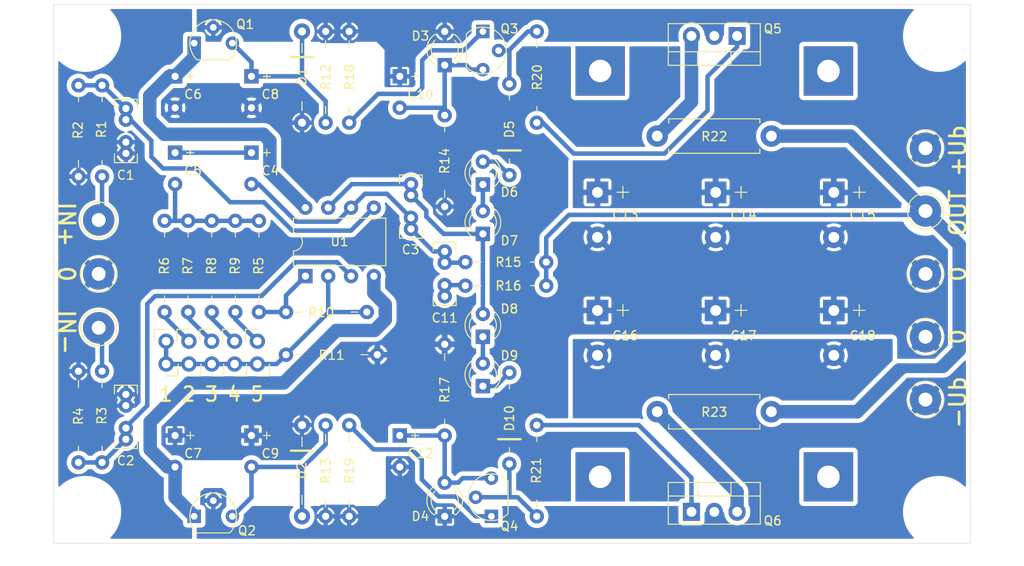
<source format=kicad_pcb>
(kicad_pcb (version 20211014) (generator pcbnew)
  (title_block (title "Thel \"VX-Line\" preamp (version 2021)") (comment 1 "PCB is not the original -> but like the original = exactly the same component placement") (comment 2 "1 layer PCB / all THT components"))
  (layers (0 "F.Cu" signal) (31 "B.Cu" signal) (34 "B.Paste" user) (35 "F.Paste" user) (36 "B.SilkS" user "B.Silkscreen") (37 "F.SilkS" user "F.Silkscreen") (38 "B.Mask" user) (39 "F.Mask" user) (44 "Edge.Cuts" user))
  (net 0 "")
  (net 1 "Net-(C11-Pad2)")
  (net 2 "GND")
  (net 3 "+UB")
  (net 4 "Net-(C2-Pad2)")
  (net 5 "Net-(C10-Pad2)")
  (net 6 "Net-(C3-Pad2)")
  (net 7 "Net-(C4-Pad1)")
  (net 8 "Net-(C11-Pad1)")
  (net 9 "Net-(C12-Pad1)")
  (net 10 "Net-(C5-Pad2)")
  (net 11 "-UB")
  (net 12 "Net-(D5-Pad1)")
  (net 13 "Net-(D5-Pad2)")
  (net 14 "Net-(D6-Pad1)")
  (net 15 "Net-(C8-Pad1)")
  (net 16 "Net-(D8-Pad1)")
  (net 17 "+UB_r")
  (net 18 "-UB_r")
  (net 19 "Net-(D10-Pad2)")
  (net 20 "Net-(D10-Pad1)")
  (net 21 "Net-(J5-Pad1)")
  (net 22 "Net-(J1-Pad1)")
  (net 23 "Net-(J3-Pad1)")
  (net 24 "Net-(C1-Pad2)")
  (net 25 "Net-(Q3-Pad1)")
  (net 26 "Net-(Q4-Pad1)")
  (net 27 "Net-(Q5-Pad1)")
  (net 28 "Net-(Q5-Pad3)")
  (net 29 "Net-(Q6-Pad1)")
  (net 30 "Net-(Q6-Pad3)")
  (net 31 "Net-(R5-Pad1)")
  (net 32 "Net-(JP1-Pad2)")
  (net 33 "Net-(JP2-Pad1)")
  (net 34 "Net-(JP3-Pad1)")
  (net 35 "Net-(JP4-Pad1)")
  (net 36 "Net-(JP5-Pad1)")
  (net 37 "Net-(C9-Pad2)")
  (footprint "analoghifi:CP_Radial_Black_D8.2mm_H12.0mm_P3.50mm_minimal_silk" (layer "F.Cu") (at 130.5 130 -90)
    (fp_text reference "C12")
    (fp_text value "220uF/35V")
  )
  (footprint "analoghifi:R_Axial_DIN0207_L6.3mm_D2.5mm_P10.16mm_Horizontal_minSilk" (layer "F.Cu") (at 104.33 116.25 90)
    (fp_text reference "R6")
    (fp_text value "2,2k")
  )
  (footprint "analoghifi:CP_Radial_Black_D13.0mm_H26.0mm_P5.00mm_minimal_silk" (layer "F.Cu") (at 178.8 102.925 -90)
    (fp_text reference "C15")
    (fp_text value "1000µF/50V")
  )
  (footprint "Resistor_THT:R_Axial_DIN0411_L9.9mm_D3.6mm_P12.70mm_Horizontal" (layer "F.Cu") (at 171.85 96.65 180)
    (fp_text reference "R22")
    (fp_text value "22Ω/5W")
  )
  (footprint "analoghifi:D_DO-41_SOD81_P10.16mm_Horizontal_minSilk" (layer "F.Cu") (at 119.625 85 -90)
    (fp_text reference "D1")
    (fp_text value "18V/1,3W/2%")
  )
  (footprint "analoghifi:LED_D3.0mm" (layer "F.Cu") (at 139.75 119 90)
    (fp_text reference "D8")
    (fp_text value "LED_Small")
  )
  (footprint "analoghifi:LED_D3.0mm" (layer "F.Cu") (at 139.75 102.04 90)
    (fp_text reference "D6")
    (fp_text value "LED_Small")
  )
  (footprint "analoghifi:R_Axial_DIN0207_L6.3mm_D2.5mm_P10.16mm_Horizontal_minSilk" (layer "F.Cu") (at 109.58 116.25 90)
    (fp_text reference "R8")
    (fp_text value "470Ω")
  )
  (footprint "analoghifi:Diode_L6.3mm_D2.5mm_P10.16mm_Horizontal_minSilk" (layer "F.Cu") (at 142.7 101 90)
    (fp_text reference "D5")
    (fp_text value "1N4148")
  )
  (footprint "analoghifi:R_Axial_DIN0207_L6.3mm_D2.5mm_P10.16mm_Horizontal_minSilk" (layer "F.Cu") (at 145.75 85 -90)
    (fp_text reference "R20")
    (fp_text value "100Ω")
  )
  (footprint "analoghifi:R_Axial_DIN0207_L6.3mm_D2.5mm_P10.16mm_Horizontal_minSilk" (layer "F.Cu") (at 94.75 101.16 90)
    (fp_text reference "R2")
    (fp_text value "4,7k")
  )
  (footprint "analoghifi:Loet_Pin_D1.5mm_L14.0mm" (layer "F.Cu") (at 189 112)
    (fp_text reference "J6" hide)
    (fp_text value "Out 0 (GND)")
  )
  (footprint "analoghifi:Heatsink_Fischer_SK104-STC-STIC_35x13mm_2xDrill2.5mm_no_silk" (layer "F.Cu") (at 165.5 89.4)
    (fp_text reference "REF**" hide)
    (fp_text value "Heatsink_Fischer_SK104-STC-STIC_35x13mm_2xDrill2.5mm_no_silk")
  )
  (footprint "analoghifi:Loet_Pin_D1.5mm_L14.0mm" (layer "F.Cu") (at 97 112)
    (fp_text reference "J2" hide)
    (fp_text value "IN 0 (GND)")
  )
  (footprint "analoghifi:CP_Radial_Black_D8.2mm_H12.0mm_P3.50mm_minimal_silk" (layer "F.Cu") (at 105.5 98.5 -90)
    (fp_text reference "C5")
    (fp_text value "470µF/16V")
  )
  (footprint "analoghifi:Loet_Pin_D1.5mm_L14.0mm" (layer "F.Cu") (at 189 126)
    (fp_text reference "J8" hide)
    (fp_text value "-UB")
  )
  (footprint "analoghifi:PinHeader_1x02_P2.54mm_Vertical" (layer "F.Cu") (at 104.5 119.5)
    (fp_text reference "JP1" hide)
    (fp_text value "Jumper_2_Open")
  )
  (footprint "Package_TO_SOT_THT:TO-220-3_Vertical" (layer "F.Cu") (at 162.96 138.5)
    (fp_text reference "Q6")
    (fp_text value "IRF9630")
  )
  (footprint "analoghifi:Diode_L6.3mm_D2.5mm_P10.16mm_Horizontal_minSilk" (layer "F.Cu") (at 142.7 133.16 90)
    (fp_text reference "D10")
    (fp_text value "1N4148")
  )
  (footprint "analoghifi:R_Axial_Short_L6.3mm_D2.5mm_P9.0mm_Horiz_minSilk" (layer "F.Cu") (at 126.84 116.25 180)
    (fp_text reference "R10")
    (fp_text value "2,2k")
  )
  (footprint "analoghifi:CP_Radial_Black_D13.0mm_H26.0mm_P5.00mm_minimal_silk" (layer "F.Cu") (at 152.5 102.925 -90)
    (fp_text reference "C13")
    (fp_text value "3x 1000µF/50V")
  )
  (footprint "Resistor_THT:R_Axial_DIN0411_L9.9mm_D3.6mm_P12.70mm_Horizontal" (layer "F.Cu") (at 159.15 127.35)
    (fp_text reference "R23")
    (fp_text value "22Ω/5W")
  )
  (footprint "analoghifi:TO-92_wide" (layer "F.Cu") (at 107.625 86.3)
    (fp_text reference "Q1")
    (fp_text value "2SC2240")
  )
  (footprint "analoghifi:TO-92_wide" (layer "F.Cu") (at 139.75 85 -90)
    (fp_text reference "Q3")
    (fp_text value "2SA970")
  )
  (footprint "analoghifi:CP_Radial_Black_D8.2mm_H12.0mm_P3.50mm_minimal_silk" (layer "F.Cu") (at 114 98.5 -90)
    (fp_text reference "C4")
    (fp_text value "2x 470µF/16V")
  )
  (footprint "analoghifi:Loet_Pin_D1.5mm_L14.0mm" (layer "F.Cu") (at 189 98)
    (fp_text reference "J4" hide)
    (fp_text value "+UB")
  )
  (footprint "analoghifi:CP_Radial_Black_D8.2mm_H12.0mm_P3.50mm_minimal_silk" (layer "F.Cu") (at 105.5 90 -90)
    (fp_text reference "C6")
    (fp_text value "220uF/35V")
  )
  (footprint "analoghifi:R_Axial_DIN0207_L6.3mm_D2.5mm_P10.16mm_Horizontal_minSilk" (layer "F.Cu") (at 114.83 116.25 90)
    (fp_text reference "R5")
    (fp_text value "2,2k")
  )
  (footprint "analoghifi:CP_Radial_Black_D13.0mm_H26.0mm_P5.00mm_minimal_silk" (layer "F.Cu") (at 165.65 102.925 -90)
    (fp_text reference "C14")
    (fp_text value "1000µF/50V")
  )
  (footprint "analoghifi:CP_Radial_Black_D13.0mm_H26.0mm_P5.00mm_minimal_silk" (layer "F.Cu") (at 165.65 116.075 -90)
    (fp_text reference "C17")
    (fp_text value "1000µF/50V")
  )
  (footprint "analoghifi:C_Rect_L7.0mm_W2.5mm_P2.50_5.00mm_min_silk" (layer "F.Cu") (at 131.75 107 90)
    (fp_text reference "C3")
    (fp_text value "47pF")
  )
  (footprint "analoghifi:LED_D3.0mm" (layer "F.Cu") (at 139.75 107.54 90)
    (fp_text reference "D7")
    (fp_text value "LED_Small")
  )
  (footprint "MountingHole:MountingHole_3.2mm_M3" (layer "F.Cu") (at 190.5 138.5)
    (fp_text reference "REF**" hide)
    (fp_text value "MountingHole_3.2mm_M3")
  )
  (footprint "analoghifi:R_Axial_DIN0207_L6.3mm_D2.5mm_P10.16mm_Horizontal_minSilk" (layer "F.Cu") (at 135.5 130 90)
    (fp_text reference "R17")
    (fp_text value "15k")
  )
  (footprint "analoghifi:R_Axial_DIN0207_L6.3mm_D2.5mm_P10.16mm_Horizontal_minSilk" (layer "F.Cu") (at 145.75 139 90)
    (fp_text reference "R21")
    (fp_text value "100Ω")
  )
  (footprint "analoghifi:LED_D3.0mm" (layer "F.Cu") (at 139.75 124.5 90)
    (fp_text reference "D9")
    (fp_text value "LED_Small")
  )
  (footprint "analoghifi:D_DO-41_SOD81_P10.16mm_Horizontal_minSilk" (layer "F.Cu") (at 119.625 128.84 -90)
    (fp_text reference "D2")
    (fp_text value "18V/1,3W/2%")
  )
  (footprint "analoghifi:PinHeader_1x02_P2.54mm_Vertical" (layer "F.Cu") (at 112.12 119.5)
    (fp_text reference "JP4" hide)
    (fp_text value "Jumper_2_Open")
  )
  (footprint "analoghifi:Loet_Pin_D1.5mm_L14.0mm" (layer "F.Cu") (at 97 106)
    (fp_text reference "J1" hide)
    (fp_text value "IN +")
  )
  (footprint "analoghifi:PinHeader_1x02_P2.54mm_Vertical" (layer "F.Cu") (at 114.66 119.5)
    (fp_text reference "JP5" hide)
    (fp_text value "Jumper_2_Open")
  )
  (footprint "analoghifi:R_Axial_DIN0207_L6.3mm_D2.5mm_P10.16mm_Horizontal_minSilk" (layer "F.Cu") (at 124.875 139 90)
    (fp_text reference "R19")
    (fp_text value "470")
  )
  (footprint "analoghifi:LED_D3.0mm_wide" (layer "F.Cu") (at 135.5 88.75 90)
    (fp_text reference "D3")
    (fp_text value "LED_Small")
  )
  (footprint "analoghifi:LED_D3.0mm_wide" (layer "F.Cu") (at 135.5 139 90)
    (fp_text reference "D4")
    (fp_text value "LED_Small")
  )
  (footprint "analoghifi:Loet_Pin_D1.5mm_L14.0mm" (layer "F.Cu") (at 97 118)
    (fp_text reference "J3" hide)
    (fp_text value "IN -")
  )
  (footprint "MountingHole:MountingHole_3.2mm_M3" (layer "F.Cu") (at 95.5 85.5)
    (fp_text reference "REF**" hide)
    (fp_text value "MountingHole_3.2mm_M3")
  )
  (footprint "analoghifi:CP_Radial_Black_D13.0mm_H26.0mm_P5.00mm_minimal_silk" (layer "F.Cu") (at 152.5 116.075 -90)
    (fp_text reference "C16")
    (fp_text value "3x 1000µF/50V")
  )
  (footprint "analoghifi:CP_Radial_Black_D8.2mm_H12.0mm_P3.50mm_minimal_silk" (layer "F.Cu") (at 114 130 -90)
    (fp_text reference "C9")
    (fp_text value "220uF/35V")
  )
  (footprint "analoghifi:R_Axial_DIN0207_L6.3mm_D2.5mm_P10.16mm_Horizontal_minSilk" (layer "F.Cu") (at 124.875 95.16 90)
    (fp_text reference "R18")
    (fp_text value "470")
  )
  (footprint "MountingHole:MountingHole_3.2mm_M3" (layer "F.Cu") (at 95.5 138.5)
    (fp_text reference "REF**" hide)
    (fp_text value "MountingHole_3.2mm_M3")
  )
  (footprint "analoghifi:CP_Radial_Black_D8.2mm_H12.0mm_P3.50mm_minimal_silk" (layer "F.Cu") (at 130.5 90 -90)
    (fp_text reference "C10")
    (fp_text value "220uF/35V")
  )
  (footprint "analoghifi:R_Axial_DIN0207_L6.3mm_D2.5mm_P10.16mm_Horizontal_minSilk" (layer "F.Cu") (at 94.75 122.84 -90)
    (fp_text reference "R4")
    (fp_text value "4,7k")
  )
  (footprint "analoghifi:R_Axial_DIN0207_L6.3mm_D2.5mm_P10.16mm_Horizontal_minSilk" (layer "F.Cu") (at 97.375 122.84 -90)
    (fp_text reference "R3")
    (fp_text value "100Ω")
  )
  (footprint "analoghifi:R_Axial_DIN0207_L6.3mm_D2.5mm_P10.16mm_Horizontal_minSilk" (layer "F.Cu") (at 97.375 101.16 90)
    (fp_text reference "R1")
    (fp_text value "100Ω")
  )
  (footprint "analoghifi:C_Rect_L7.0mm_W2.5mm_P2.50_5.00mm_min_silk" (layer "F.Cu") (at 100.025 125.42 -90)
    (fp_text reference "C2")
    (fp_text value "47pF")
  )
  (footprint "analoghifi:CP_Radial_Black_D8.2mm_H12.0mm_P3.50mm_minimal_silk" (layer "F.Cu") (at 105.5 130 -90)
    (fp_text reference "C7")
    (fp_text value "220uF/35V")
  )
  (footprint "analoghifi:TO-92_wide" (layer "F.Cu") (at 140.7 139 90)
    (fp_text reference "Q4")
    (fp_text value "2SC2240")
  )
  (footprint "analoghifi:R_Axial_DIN0207_L6.3mm_D2.5mm_P10.16mm_Horizontal_minSilk" (layer "F.Cu") (at 122.25 95.16 90)
    (fp_text reference "R12")
    (fp_text value "3,3k")
  )
  (footprint "analoghifi:CP_Radial_Black_D13.0mm_H26.0mm_P5.00mm_minimal_silk" (layer "F.Cu") (at 178.8 116.075 -90)
    (fp_text reference "C18")
    (fp_text value "1000µF/50V")
  )
  (footprint "Package_TO_SOT_THT:TO-220-3_Vertical" (layer "F.Cu") (at 168.04 85.5 180)
    (fp_text reference "Q5")
    (fp_text value "IRF630")
  )
  (footprint "analoghifi:R_Axial_DIN0207_L6.3mm_D2.5mm_P10.16mm_Horizontal_minSilk" (layer "F.Cu") (at 135.5 104.5 90)
    (fp_text reference "R14")
    (fp_text value "15k")
  )
  (footprint "analoghifi:R_Axial_DIN0207_L6.3mm_D2.5mm_P10.16mm_Horizontal_minSilk" (layer "F.Cu") (at 122.25 139 90)
    (fp_text reference "R13")
    (fp_text value "3,3k")
  )
  (footprint "analoghifi:R_Axial_Short_L6.3mm_D2.5mm_P9.0mm_Horiz_minSilk" (layer "F.Cu") (at 137.8 110.6875)
    (fp_text reference "R15")
    (fp_text value "2,2k")
  )
  (footprint "analoghifi:CP_Radial_Black_D8.2mm_H12.0mm_P3.50mm_minimal_silk" (layer "F.Cu") (at 114 90 -90)
    (fp_text reference "C8")
    (fp_text value "220uF/35V")
  )
  (footprint "Package_DIP:DIP-8_W7.62mm" (layer "F.Cu") (at 120 112.25 90)
    (fp_text reference "U1")
    (fp_text value "LME49720")
  )
  (footprint "analoghifi:PinHeader_1x02_P2.54mm_Vertical" (layer "F.Cu") (at 107.04 119.5)
    (fp_text reference "JP2" hide)
    (fp_text value "Jumper_2_Open")
  )
  (footprint "analoghifi:R_Axial_Short_L6.3mm_D2.5mm_P9.0mm_Horiz_minSilk" (layer "F.Cu") (at 137.8 113.3125)
    (fp_text reference "R16")
    (fp_text value "100Ω")
  )
  (footprint "analoghifi:R_Axial_DIN0207_L6.3mm_D2.5mm_P10.16mm_Horizontal_minSilk" (layer "F.Cu") (at 106.955 116.25 90)
    (fp_text reference "R7")
    (fp_text value "1k")
  )
  (footprint "analoghifi:R_Axial_DIN0207_L6.3mm_D2.5mm_P10.16mm_Horizontal_minSilk" (layer "F.Cu") (at 128 121 180)
    (fp_text reference "R11")
    (fp_text value "2,2k")
  )
  (footprint "analoghifi:Heatsink_Fischer_SK104-STC-STIC_35x13mm_2xDrill2.5mm_no_silk" (layer "F.Cu") (at 165.5 134.6)
    (fp_text reference "REF**" hide)
    (fp_text value "Heatsink_Fischer_SK104-STC-STIC_35x13mm_2xDrill2.5mm_no_silk")
  )
  (footprint "analoghifi:C_Rect_L7.0mm_W2.5mm_P2.50_5.00mm_min_silk" (layer "F.Cu") (at 100.025 98.58 90)
    (fp_text reference "C1")
    (fp_text value "47pF")
  )
  (footprint "analoghifi:Loet_Pin_D1.5mm_L14.0mm" (layer "F.Cu") (at 189 119)
    (fp_text reference "J7" hide)
    (fp_text value "UB 0 (GND)")
  )
  (footprint "analoghifi:PinHeader_1x02_P2.54mm_Vertical" (layer "F.Cu") (at 109.58 119.5)
    (fp_text reference "JP3" hide)
    (fp_text value "Jumper_2_Open")
  )
  (footprint "analoghifi:TO-92_wide" (layer "F.Cu") (at 107.625 139)
    (fp_text reference "Q2")
    (fp_text value "2SA970")
  )
  (footprint "analoghifi:R_Axial_DIN0207_L6.3mm_D2.5mm_P10.16mm_Horizontal_minSilk" (layer "F.Cu") (at 112.205 116.25 90)
    (fp_text reference "R9")
    (fp_text value "220Ω")
  )
  (footprint "analoghifi:Loet_Pin_D1.5mm_L14.0mm" (layer "F.Cu") (at 189 105)
    (fp_text reference "J5" hide)
    (fp_text value "Out")
  )
  (footprint "analoghifi:C_Rect_L7.0mm_W2.5mm_P2.50_5.00mm_min_silk" (layer "F.Cu") (at 135.5 114.5 90)
    (fp_text reference "C11")
    (fp_text value "47pF")
  )
  (footprint "MountingHole:MountingHole_3.2mm_M3" (layer "F.Cu") (at 190.5 85.5)
    (fp_text reference "REF**" hide)
    (fp_text value "MountingHole_3.2mm_M3")
  )
  (gr_line (start 92 82) (end 194 82) (layer "Edge.Cuts") (width 0.05))
  (gr_line (start 194 82) (end 194 142) (layer "Edge.Cuts") (width 0.05))
  (gr_line (start 194 142) (end 92 142) (layer "Edge.Cuts") (width 0.05))
  (gr_line (start 92 142) (end 92 82) (layer "Edge.Cuts") (width 0.05))
  (gr_text "1 2 3 4 5" (at 109.55 125.4) (layer "F.SilkS") (effects (font (size 1.6 1.478) (thickness 0.25))))
  (gr_text "+Ub" (at 192.6 98.3 90) (layer "F.SilkS") (effects (font (size 1.8 1.8) (thickness 0.3))))
  (gr_text "OUT" (at 192.6 105.2 90) (layer "F.SilkS") (effects (font (size 1.8 1.8) (thickness 0.3))))
  (gr_text "IN+" (at 93.4 106.5 -90) (layer "F.SilkS") (effects (font (size 1.8 1.8) (thickness 0.3))))
  (gr_text "0" (at 93.4 112 -90) (layer "F.SilkS") (effects (font (size 1.8 1.8) (thickness 0.3))))
  (gr_text "-Ub" (at 192.6 126.3 90) (layer "F.SilkS") (effects (font (size 1.8 1.8) (thickness 0.3))))
  (gr_text "0" (at 192.6 112 90) (layer "F.SilkS") (effects (font (size 1.8 1.8) (thickness 0.3))))
  (gr_text "0" (at 192.6 119 90) (layer "F.SilkS") (effects (font (size 1.8 1.8) (thickness 0.3))))
  (gr_text "IN-" (at 93.4 118.5 -90) (layer "F.SilkS") (effects (font (size 1.8 1.8) (thickness 0.3))))
  (segment (start 135.5 110.75) (end 137.7375 110.75) (width 0.5) (layer "B.Cu") (net 1))
  (segment (start 134.25 109.5) (end 135.5 109.5) (width 0.5) (layer "B.Cu") (net 1))
  (segment (start 125.08 104.63) (end 126.629511 103.080489) (width 0.5) (layer "B.Cu") (net 1))
  (segment (start 129.080489 103.080489) (end 131.75 105.75) (width 0.5) (layer "B.Cu") (net 1))
  (segment (start 114.8 102) (end 114 102) (width 0.5) (layer "B.Cu") (net 1))
  (segment (start 125.08 104.63) (end 123.530489 106.179511) (width 0.5) (layer "B.Cu") (net 1))
  (segment (start 123.530489 106.179511) (end 118.979511 106.179511) (width 0.5) (layer "B.Cu") (net 1))
  (segment (start 131.75 107) (end 134.25 109.5) (width 0.5) (layer "B.Cu") (net 1))
  (segment (start 118.979511 106.179511) (end 114.8 102) (width 0.5) (layer "B.Cu") (net 1))
  (segment (start 137.7375 110.75) (end 137.8 110.6875) (width 0.5) (layer "B.Cu") (net 1))
  (segment (start 131.75 105.75) (end 131.75 107) (width 0.5) (layer "B.Cu") (net 1))
  (segment (start 126.629511 103.080489) (end 129.080489 103.080489) (width 0.5) (layer "B.Cu") (net 1))
  (segment (start 135.5 109.5) (end 135.5 110.75) (width 0.5) (layer "B.Cu") (net 1))
  (segment (start 130.625 91.075) (end 130.625 90.5) (width 0.25) (layer "B.Cu") (net 3))
  (segment (start 131.79473 91.1) (end 129.14527 91.1) (width 0.2) (layer "B.Cu") (net 3))
  (segment (start 130.375 91.075) (end 130.375 90.5) (width 0.25) (layer "B.Cu") (net 3))
  (segment (start 97.445 133) (end 100.025 130.42) (width 0.5) (layer "B.Cu") (net 4))
  (segment (start 100.025 129.17) (end 100.025 130.42) (width 0.5) (layer "B.Cu") (net 4))
  (segment (start 100.025 129.055) (end 102.41 126.67) (width 0.5) (layer "B.Cu") (net 4))
  (segment (start 123.530489 110.700489) (end 125.08 112.25) (width 0.5) (layer "B.Cu") (net 4))
  (segment (start 100.025 129.17) (end 100.025 129.055) (width 0.5) (layer "B.Cu") (net 4))
  (segment (start 103.29 114.46) (end 115.12 114.46) (width 0.5) (layer "B.Cu") (net 4))
  (segment (start 102.41 126.67) (end 102.41 115.34) (width 0.5) (layer "B.Cu") (net 4))
  (segment (start 97.375 133) (end 97.445 133) (width 0.5) (layer "B.Cu") (net 4))
  (segment (start 102.41 115.34) (end 103.29 114.46) (width 0.5) (layer "B.Cu") (net 4))
  (segment (start 118.879511 110.700489) (end 123.530489 110.700489) (width 0.5) (layer "B.Cu") (net 4))
  (segment (start 115.12 114.46) (end 118.879511 110.700489) (width 0.5) (layer "B.Cu") (net 4))
  (segment (start 94.75 133) (end 97.375 133) (width 0.5) (layer "B.Cu") (net 4))
  (segment (start 130.5 93.5) (end 135.5 93.5) (width 0.5) (layer "B.Cu") (net 5))
  (segment (start 135.5 94.34) (end 135.5 88.75) (width 0.5) (layer "B.Cu") (net 5))
  (segment (start 137.9 88.75) (end 135.5 88.75) (width 0.5) (layer "B.Cu") (net 5))
  (segment (start 138.4 89.25) (end 137.9 88.75) (width 0.5) (layer "B.Cu") (net 5))
  (segment (start 135.5 94.34) (end 135.5 93.5) (width 0.5) (layer "B.Cu") (net 5))
  (segment (start 139.75 89.25) (end 138.4 89.25) (width 0.5) (layer "B.Cu") (net 5))
  (segment (start 125.17 102) (end 131.75 102) (width 0.5) (layer "B.Cu") (net 6))
  (segment (start 133.46 104.95) (end 133.46 105.63) (width 0.5) (layer "B.Cu") (net 6))
  (segment (start 122.54 104.63) (end 125.17 102) (width 0.5) (layer "B.Cu") (net 6))
  (segment (start 131.76 103.25) (end 133.46 104.95) (width 0.5) (layer "B.Cu") (net 6))
  (segment (start 139.75 107.54) (end 139.75 116.46) (width 0.5) (layer "B.Cu") (net 6))
  (segment (start 131.75 103.25) (end 131.76 103.25) (width 0.5) (layer "B.Cu") (net 6))
  (segment (start 133.46 105.63) (end 135.37 107.54) (width 0.5) (layer "B.Cu") (net 6))
  (segment (start 131.75 102) (end 131.75 103.25) (width 0.5) (layer "B.Cu") (net 6))
  (segment (start 135.37 107.54) (end 139.75 107.54) (width 0.5) (layer "B.Cu") (net 6))
  (segment (start 114 98.5) (end 105.5 98.5) (width 0.5) (layer "B.Cu") (net 7))
  (segment (start 137.7375 113.25) (end 137.8 113.3125) (width 0.5) (layer "B.Cu") (net 8))
  (segment (start 135.5 113.25) (end 137.7375 113.25) (width 0.5) (layer "B.Cu") (net 8))
  (segment (start 135.5 113.25) (end 135.5 114.5) (width 0.5) (layer "B.Cu") (net 8))
  (segment (start 137 135.25) (end 135.5 135.25) (width 0.5) (layer "B.Cu") (net 9))
  (segment (start 137.5 134.75) (end 137 135.25) (width 0.5) (layer "B.Cu") (net 9))
  (segment (start 137.5 134.75) (end 140.7 134.75) (width 0.5) (layer "B.Cu") (net 9))
  (segment (start 135.5 130) (end 135.5 135.25) (width 0.5) (layer "B.Cu") (net 9))
  (segment (start 130.5 130) (end 135.5 130) (width 0.5) (layer "B.Cu") (net 9))
  (segment (start 105.5 102) (end 105.5 106) (width 0.5) (layer "B.Cu") (net 10))
  (segment (start 105.59 106.09) (end 114.83 106.09) (width 0.5) (layer "B.Cu") (net 10))
  (segment (start 104.33 106.09) (end 105.59 106.09) (width 0.5) (layer "B.Cu") (net 10))
  (segment (start 105.5 106) (end 105.59 106.09) (width 0.5) (layer "B.Cu") (net 10))
  (segment (start 130.5 133.5) (end 130.5 132.55) (width 0.5) (layer "B.Cu") (net 11))
  (segment (start 129.850507 132.425) (end 131.25 132.425) (width 0.25) (layer "B.Cu") (net 11))
  (segment (start 141.2 99.5) (end 142.7 101) (width 0.5) (layer "B.Cu") (net 12))
  (segment (start 139.75 99.5) (end 141.2 99.5) (width 0.5) (layer "B.Cu") (net 12))
  (segment (start 141.5 87.125) (end 142.635 87.125) (width 0.5) (layer "B.Cu") (net 13))
  (segment (start 145.75 85) (end 144.76 85) (width 0.5) (layer "B.Cu") (net 13))
  (segment (start 142.7 87.06) (end 142.7 90.84) (width 0.5) (layer "B.Cu") (net 13))
  (segment (start 144.76 85) (end 142.7 87.06) (width 0.5) (layer "B.Cu") (net 13))
  (segment (start 142.635 87.125) (end 142.7 87.06) (width 0.5) (layer "B.Cu") (net 13))
  (segment (start 139.75 102.04) (end 139.75 105) (width 0.5) (layer "B.Cu") (net 14))
  (segment (start 122.25 95.16) (end 122.25 92.75) (width 0.5) (layer "B.Cu") (net 15))
  (segment (start 119.5 90) (end 119.625 90.125) (width 0.5) (layer "B.Cu") (net 15))
  (segment (start 114 88.425) (end 111.875 86.3) (width 0.5) (layer "B.Cu") (net 15))
  (segment (start 122.25 92.75) (end 119.625 90.125) (width 0.5) (layer "B.Cu") (net 15))
  (segment (start 114 90) (end 119.5 90) (width 0.5) (layer "B.Cu") (net 15))
  (segment (start 119.625 90.125) (end 119.625 85) (width 0.5) (layer "B.Cu") (net 15))
  (segment (start 114 90) (end 114 88.425) (width 0.5) (layer "B.Cu") (net 15))
  (segment (start 139.75 119) (end 139.75 121.96) (width 0.5) (layer "B.Cu") (net 16))
  (segment (start 104.85 90) (end 105.5 90) (width 1.5) (layer "B.Cu") (net 17))
  (segment (start 102.68 92.17) (end 104.85 90) (width 1.5) (layer "B.Cu") (net 17))
  (segment (start 102.68 94.84) (end 102.68 92.17) (width 1.5) (layer "B.Cu") (net 17))
  (segment (start 116.05 100.68) (end 116.05 97.18) (width 1.5) (layer "B.Cu") (net 17))
  (segment (start 107.625 87.875) (end 107.625 86.3) (width 1.5) (layer "B.Cu") (net 17))
  (segment (start 105.5 90) (end 107.625 87.875) (width 1.5) (layer "B.Cu") (net 17))
  (segment (start 115.32 96.45) (end 104.29 96.45) (width 1.5) (layer "B.Cu") (net 17))
  (segment (start 120 104.63) (end 116.05 100.68) (width 1.5) (layer "B.Cu") (net 17))
  (segment (start 104.29 96.45) (end 102.68 94.84) (width 1.5) (layer "B.Cu") (net 17))
  (segment (start 116.05 97.18) (end 115.32 96.45) (width 1.5) (layer "B.Cu") (net 17))
  (segment (start 102.73 131.56) (end 104.67 133.5) (width 1.5) (layer "B.Cu") (net 18))
  (segment (start 127.62 114.13) (end 128.89 115.4) (width 1.5) (layer "B.Cu") (net 18))
  (segment (start 128.89 115.4) (end 128.89 117.099138) (width 1.5) (layer "B.Cu") (net 18))
  (segment (start 128.89 117.099138) (end 127.689138 118.3) (width 1.5) (layer "B.Cu") (net 18))
  (segment (start 107.07 124.15) (end 102.73 128.49) (width 1.5) (layer "B.Cu") (net 18))
  (segment (start 123.44 118.3) (end 117.59 124.15) (width 1.5) (layer "B.Cu") (net 18))
  (segment (start 127.689138 118.3) (end 123.44 118.3) (width 1.5) (layer "B.Cu") (net 18))
  (segment (start 127.62 112.25) (end 127.62 114.13) (width 1.5) (layer "B.Cu") (net 18))
  (segment (start 117.59 124.15) (end 107.07 124.15) (width 1.5) (layer "B.Cu") (net 18))
  (segment (start 105.5 136.875) (end 105.5 133.5) (width 1.5) (layer "B.Cu") (net 18))
  (segment (start 107.625 139) (end 105.5 136.875) (width 1.5) (layer "B.Cu") (net 18))
  (segment (start 104.67 133.5) (end 105.5 133.5) (width 1.5) (layer "B.Cu") (net 18))
  (segment (start 102.73 128.49) (end 102.73 131.56) (width 1.5) (layer "B.Cu") (net 18))
  (segment (start 139.75 124.5) (end 141.2 124.5) (width 0.5) (layer "B.Cu") (net 19))
  (segment (start 141.2 124.5) (end 142.7 123) (width 0.5) (layer "B.Cu") (net 19))
  (segment (start 143.625 136.875) (end 145.75 139) (width 0.5) (layer "B.Cu") (net 20))
  (segment (start 142.695 136.875) (end 143.625 136.875) (width 0.5) (layer "B.Cu") (net 20))
  (segment (start 138.95 136.875) (end 142.695 136.875) (width 0.5) (layer "B.Cu") (net 20))
  (segment (start 142.7 136.87) (end 142.695 136.875) (width 0.5) (layer "B.Cu") (net 20))
  (segment (start 142.7 133.16) (end 142.7 136.87) (width 0.5) (layer "B.Cu") (net 20))
  (segment (start 171.85 127.35) (end 181.4 127.35) (width 1.5) (layer "B.Cu") (net 21))
  (segment (start 188.58 105.42) (end 189 105) (width 0.5) (layer "B.Cu") (net 21))
  (segment (start 149.33 105.425) (end 188.58 105.425) (width 0.5) (layer "B.Cu") (net 21))
  (segment (start 189 105) (end 180.65 96.65) (width 1.5) (layer "B.Cu") (net 21))
  (segment (start 192.75 108.75) (end 189 105) (width 1.5) (layer "B.Cu") (net 21))
  (segment (start 146.8 110.6875) (end 146.8 113.3125) (width 0.5) (layer "B.Cu") (net 21))
  (segment (start 190.95 122.3) (end 192.75 120.5) (width 1.5) (layer "B.Cu") (net 21))
  (segment (start 146.8 110.6875) (end 146.8 107.95) (width 0.5) (layer "B.Cu") (net 21))
  (segment (start 181.4 127.35) (end 186.05 122.7) (width 1.5) (layer "B.Cu") (net 21))
  (segment (start 180.65 96.65) (end 171.85 96.65) (width 1.5) (layer "B.Cu") (net 21))
  (segment (start 146.8 107.95) (end 149.33 105.42) (width 0.5) (layer "B.Cu") (net 21))
  (segment (start 192.75 120.5) (end 192.75 108.75) (width 1.5) (layer "B.Cu") (net 21))
  (segment (start 97.375 101.16) (end 97.375 105.625) (width 0.5) (layer "B.Cu") (net 22))
  (segment (start 97.375 105.625) (end 97 106) (width 0.5) (layer "B.Cu") (net 22))
  (segment (start 97.375 118.375) (end 97.375 122.84) (width 0.5) (layer "B.Cu") (net 23))
  (segment (start 97 118) (end 97.375 118.375) (width 0.5) (layer "B.Cu") (net 23))
  (segment (start 100.025 95.025) (end 100.25 95.25) (width 0.5) (layer "F.Cu") (net 24))
  (segment (start 100.025 94.83) (end 100.025 95.025) (width 0.5) (layer "F.Cu") (net 24))
  (segment (start 97.375 91) (end 97.445 91) (width 0.5) (layer "B.Cu") (net 24))
  (segment (start 127.62 104.63) (end 125.07 107.18) (width 0.5) (layer "B.Cu") (net 24))
  (segment (start 100.53 94.83) (end 100.025 94.83) (width 0.5) (layer "B.Cu") (net 24))
  (segment (start 118.54 107.18) (end 115.38 104.02) (width 0.5) (layer "B.Cu") (net 24))
  (segment (start 97.445 91) (end 100.025 93.58) (width 0.5) (layer "B.Cu") (net 24))
  (segment (start 102.86 97.16) (end 100.53 94.83) (width 0.5) (layer "B.Cu") (net 24))
  (segment (start 125.07 107.18) (end 118.54 107.18) (width 0.5) (layer "B.Cu") (net 24))
  (segment (start 102.86 98.959022) (end 102.86 97.16) (width 0.5) (layer "B.Cu") (net 24))
  (segment (start 111.64 104.02) (end 107.88 100.26) (width 0.5) (layer "B.Cu") (net 24))
  (segment (start 115.38 104.02) (end 111.64 104.02) (width 0.5) (layer "B.Cu") (net 24))
  (segment (start 107.88 100.26) (end 104.160978 100.26) (width 0.5) (layer "B.Cu") (net 24))
  (segment (start 100.025 93.58) (end 100.025 94.83) (width 0.5) (layer "B.Cu") (net 24))
  (segment (start 94.75 91) (end 97.375 91) (width 0.5) (layer "B.Cu") (net 24))
  (segment (start 104.160978 100.26) (end 102.86 98.959022) (width 0.5) (layer "B.Cu") (net 24))
  (segment (start 133 88.2) (end 133 91.27) (width 0.5) (layer "B.Cu") (net 25))
  (segment (start 133 91.27) (end 132.319511 91.950489) (width 0.5) (layer "B.Cu") (net 25))
  (segment (start 128.084511 91.950489) (end 124.875 95.16) (width 0.5) (layer "B.Cu") (net 25))
  (segment (start 139.75 85) (end 137.65 87.1) (width 0.5) (layer "B.Cu") (net 25))
  (segment (start 132.319511 91.950489) (end 128.084511 91.950489) (width 0.5) (layer "B.Cu") (net 25))
  (segment (start 134.1 87.1) (end 133 88.2) (width 0.5) (layer "B.Cu") (net 25))
  (segment (start 137.65 87.1) (end 134.1 87.1) (width 0.5) (layer "B.Cu") (net 25))
  (segment (start 138.95437 139) (end 136.753881 136.799511) (width 0.5) (layer "B.Cu") (net 26))
  (segment (start 127.584511 131.549511) (end 124.875 128.84) (width 0.5) (layer "B.Cu") (net 26))
  (segment (start 136.753881 136.799511) (end 134.85817 136.799511) (width 0.5) (layer "B.Cu") (net 26))
  (segment (start 140.7 139) (end 138.95437 139) (width 0.5) (layer "B.Cu") (net 26))
  (segment (start 134.85817 136.799511) (end 132.95 134.891341) (width 0.5) (layer "B.Cu") (net 26))
  (segment (start 132.95 132.65) (end 131.849511 131.549511) (width 0.5) (layer "B.Cu") (net 26))
  (segment (start 131.849511 131.549511) (end 127.584511 131.549511) (width 0.5) (layer "B.Cu") (net 26))
  (segment (start 132.95 134.891341) (end 132.95 132.65) (width 0.5) (layer "B.Cu") (net 26))
  (segment (start 164.75 93.807026) (end 164.75 90) (width 0.5) (layer "B.Cu") (net 27))
  (segment (start 149.849511 98.599511) (end 159.957515 98.599511) (width 0.5) (layer "B.Cu") (net 27))
  (segment (start 145.75 95.16) (end 146.41 95.16) (width 0.5) (layer "B.Cu") (net 27))
  (segment (start 146.41 95.16) (end 149.849511 98.599511) (width 0.5) (layer "B.Cu") (net 27))
  (segment (start 159.957515 98.599511) (end 164.75 93.807026) (width 0.5) (layer "B.Cu") (net 27))
  (segment (start 164.75 90) (end 168.04 86.71) (width 0.5) (layer "B.Cu") (net 27))
  (segment (start 168.04 86.71) (end 168.04 85.5) (width 0.5) (layer "B.Cu") (net 27))
  (segment (start 162.96 92.84) (end 159.15 96.65) (width 1.5) (layer "B.Cu") (net 28))
  (segment (start 162.96 85.5) (end 162.96 92.84) (width 1.5) (layer "B.Cu") (net 28))
  (segment (start 157.09 128.84) (end 145.75 128.84) (width 0.5) (layer "B.Cu") (net 29))
  (segment (start 162.96 134.71) (end 157.09 128.84) (width 0.5) (layer "B.Cu") (net 29))
  (segment (start 162.96 138.5) (end 162.96 134.71) (width 0.5) (layer "B.Cu") (net 29))
  (segment (start 159.15 127.4) (end 168.04 136.29) (width 1.5) (layer "B.Cu") (net 30))
  (segment (start 159.15 127.35) (end 159.15 127.4) (width 0.5) (layer "B.Cu") (net 30))
  (segment (start 168.04 136.29) (end 168.04 138.5) (width 1.5) (layer "B.Cu") (net 30))
  (segment (start 120 112.25) (end 117.84 114.41) (width 0.5) (layer "B.Cu") (net 31))
  (segment (start 117.84 114.41) (end 117.84 116.25) (width 0.5) (layer "B.Cu") (net 31))
  (segment (start 114.83 116.25) (end 117.84 116.25) (width 0.5) (layer "B.Cu") (net 31))
  (segment (start 114.66 122.04) (end 116.8 122.04) (width 0.5) (layer "B.Cu") (net 32))
  (segment (start 126.84 116.25) (end 122.59 116.25) (width 0.5) (layer "B.Cu") (net 32))
  (segment (start 116.8 122.04) (end 117.84 121) (width 0.5) (layer "B.Cu") (net 32))
  (segment (start 122.54 116.3) (end 117.84 121) (width 0.5) (layer "B.Cu") (net 32))
  (segment (start 114.66 122.04) (end 104.5 122.04) (width 0.5) (layer "B.Cu") (net 32))
  (segment (start 104.5 119.5) (end 104.5 122.04) (width 0.5) (layer "B.Cu") (net 32))
  (segment (start 122.54 112.25) (end 122.54 116.3) (width 0.5) (layer "B.Cu") (net 32))
  (segment (start 122.59 116.25) (end 122.54 116.3) (width 0.5) (layer "B.Cu") (net 32))
  (segment (start 104.33 116.79) (end 107.04 119.5) (width 0.5) (layer "B.Cu") (net 33))
  (segment (start 104.33 116.25) (end 104.33 116.79) (width 0.5) (layer "B.Cu") (net 33))
  (segment (start 106.955 116.25) (end 106.955 116.875) (width 0.5) (layer "B.Cu") (net 34))
  (segment (start 106.955 116.875) (end 109.58 119.5) (width 0.5) (layer "B.Cu") (net 34))
  (segment (start 109.58 116.96) (end 112.12 119.5) (width 0.5) (layer "B.Cu") (net 35))
  (segment (start 109.58 116.25) (end 109.58 116.96) (width 0.5) (layer "B.Cu") (net 35))
  (segment (start 112.205 116.25) (end 112.205 117.045) (width 0.5) (layer "B.Cu") (net 36))
  (segment (start 112.205 117.045) (end 114.66 119.5) (width 0.5) (layer "B.Cu") (net 36))
  (segment (start 119.625 139) (end 119.625 133.5) (width 0.5) (layer "B.Cu") (net 37))
  (segment (start 114 133.5) (end 114 136.875) (width 0.5) (layer "B.Cu") (net 37))
  (segment (start 122.25 131) (end 119.75 133.5) (width 0.5) (layer "B.Cu") (net 37))
  (segment (start 119.75 133.5) (end 114 133.5) (width 0.5) (layer "B.Cu") (net 37))
  (segment (start 114 136.875) (end 111.875 139) (width 0.5) (layer "B.Cu") (net 37))
  (segment (start 122.25 128.84) (end 122.25 131) (width 0.5) (layer "B.Cu") (net 37))
  (zone (net 0) (net_name "") (layer "B.Cu") (connect_pads yes (clearance 0)) (min_thickness 0.0254)
    (keepout (tracks allowed) (vias not_allowed) (pads allowed) (copperpour not_allowed) (footprints allowed))
    (fill (thermal_gap 0.508) (thermal_bridge_width 0.508))
    (polygon (pts (xy 194.504629 138.50039) (xy 194.485516 138.109588) (xy 194.428358 137.722516) (xy 194.333701 137.342869) (xy 194.202449 136.97427) (xy 194.035855 136.620239) (xy 193.835508 136.284154) (xy 193.603321 135.969224) (xy 193.341511 135.678454) (xy 193.052576 135.41462) (xy 192.739274 135.18024) (xy 192.404596 134.977552) (xy 192.051737 134.80849) (xy 191.684064 134.674668) (xy 191.305087 134.577364) (xy 190.918423 134.517505) (xy 190.527764 134.495664) (xy 190.136837 134.512048) (xy 189.749376 134.566502) (xy 189.369077 134.658506) (xy 188.999572 134.787182) (xy 188.644386 134.951301) (xy 188.306911 135.149296) (xy 187.990367 135.379279) (xy 187.697776 135.639053) (xy 187.431932 135.926139) (xy 187.195371 136.237797) (xy 186.990351 136.571051) (xy 186.81883 136.922722) (xy 186.682444 137.289452) (xy 186.582496 137.66774) (xy 186.519939 138.053977) (xy 186.495371 138.444474) (xy 186.509026 138.835505) (xy 186.560774 139.223337) (xy 186.650121 139.604269) (xy 186.776214 139.974664) (xy 186.937849 140.330987) (xy 187.133484 140.669836) (xy 187.361251 140.987978) (xy 187.618976 141.282375) (xy 187.904199 141.550217) (xy 188.214198 141.788948) (xy 188.546013 141.996289) (xy 188.896478 142.170261) (xy 189.262246 142.309204) (xy 189.639828 142.411791) (xy 190.025618 142.477042) (xy 190.415934 142.504336) (xy 190.807051 142.493411) (xy 191.195235 142.444372) (xy 191.576782 142.357687) (xy 191.948048 142.234183) (xy 192.30549 142.075039) (xy 192.645697 141.881775) (xy 192.965421 141.656234) (xy 193.26161 141.400571) (xy 193.531437 141.117225) (xy 193.772327 140.8089) (xy 193.981979 140.47854) (xy 194.158394 140.129299) (xy 194.299886 139.764509) (xy 194.405107 139.387653) (xy 194.47305 139.002328) (xy 194.503068 138.612211)))
  )
  (zone (net 11) (net_name "-UB") (layer "B.Cu") (priority 2) (connect_pads (clearance 0.5)) (min_thickness 0.2) (fill yes (thermal_gap 0.35) (thermal_bridge_width 0.65))
    (polygon (pts (xy 194 142) (xy 107.9 142) (xy 107.9 139) (xy 108.3 139) (xy 108.3 136.3) (xy 108.75 135.85) (xy 110.75 135.85) (xy 111.2 136.3) (xy 111.2 139) (xy 111.85 139) (xy 111.85 137.85) (xy 121.6 137.85) (xy 121.75 137.7) (xy 125.4 137.7) (xy 125.55 137.85) (xy 128.05 137.85) (xy 128.95 136.95) (xy 128.95 131.65) (xy 131.7 131.65) (xy 137.9 137.85) (xy 162.95 137.85) (xy 162.95 138.5) (xy 168 138.5) (xy 168 135.25) (xy 161.5 128.75) (xy 149.75 128.75) (xy 149.75 119.25) (xy 185.35 119.25) (xy 185.35 123.55) (xy 191 123.55) (xy 194 120.5)))
  )
  (zone (net 2) (net_name "GND") (layer "B.Cu") (priority 1) (connect_pads (clearance 0.5)) (min_thickness 0.2) (fill yes (thermal_gap 0.35) (thermal_bridge_width 0.65))
    (polygon (pts (xy 194 120.25) (xy 192.75 121.45) (xy 185.35 121.45) (xy 185.35 123.55) (xy 194 123.55) (xy 194 142) (xy 92 142) (xy 92 82) (xy 194 82)))
  )
  (zone (net 0) (net_name "") (layer "B.Cu") (connect_pads (clearance 0)) (min_thickness 0.2)
    (keepout (tracks allowed) (vias allowed) (pads allowed) (copperpour not_allowed) (footprints allowed))
    (fill (thermal_gap 0.35) (thermal_bridge_width 0.65))
    (polygon (pts (xy 149.78 86.65) (xy 143.86 86.65) (xy 143.86 86.4) (xy 149.78 86.4)))
  )
  (zone (net 21) (net_name "Net-(J5-Pad1)") (layer "B.Cu") (connect_pads yes (clearance 0.5)) (min_thickness 0.2) (fill yes (thermal_gap 0.35) (thermal_bridge_width 0.65))
    (polygon (pts (xy 191.6 122.7) (xy 190.1 123.55) (xy 185.35 123.55) (xy 185.35 122.5) (xy 186.45 121.45) (xy 191.6 121.45)))
  )
  (zone (net 0) (net_name "") (layer "B.Cu") (connect_pads (clearance 0)) (min_thickness 0.2)
    (keepout (tracks allowed) (vias allowed) (pads allowed) (copperpour not_allowed) (footprints allowed))
    (fill (thermal_gap 0.35) (thermal_bridge_width 0.65))
    (polygon (pts (xy 115.45 90.75) (xy 106.15 90.75) (xy 106.15 90.5) (xy 115.45 90.5)))
  )
  (zone (net 0) (net_name "") (layer "B.Cu") (connect_pads yes (clearance 0)) (min_thickness 0.0254)
    (keepout (tracks allowed) (vias not_allowed) (pads allowed) (copperpour not_allowed) (footprints allowed))
    (fill (thermal_gap 0.508) (thermal_bridge_width 0.508))
    (polygon (pts (xy 194.504629 85.50039) (xy 194.485516 85.109588) (xy 194.428358 84.722516) (xy 194.333701 84.342869) (xy 194.202449 83.97427) (xy 194.035855 83.620239) (xy 193.835508 83.284154) (xy 193.603321 82.969224) (xy 193.341511 82.678454) (xy 193.052576 82.41462) (xy 192.739274 82.18024) (xy 192.404596 81.977552) (xy 192.051737 81.80849) (xy 191.684064 81.674668) (xy 191.305087 81.577364) (xy 190.918423 81.517505) (xy 190.527764 81.495664) (xy 190.136837 81.512048) (xy 189.749376 81.566502) (xy 189.369077 81.658506) (xy 188.999572 81.787182) (xy 188.644386 81.951301) (xy 188.306911 82.149296) (xy 187.990367 82.379279) (xy 187.697776 82.639053) (xy 187.431932 82.926139) (xy 187.195371 83.237797) (xy 186.990351 83.571051) (xy 186.81883 83.922722) (xy 186.682444 84.289452) (xy 186.582496 84.66774) (xy 186.519939 85.053977) (xy 186.495371 85.444474) (xy 186.509026 85.835505) (xy 186.560774 86.223337) (xy 186.650121 86.604269) (xy 186.776214 86.974664) (xy 186.937849 87.330987) (xy 187.133484 87.669836) (xy 187.361251 87.987978) (xy 187.618976 88.282375) (xy 187.904199 88.550217) (xy 188.214198 88.788948) (xy 188.546013 88.996289) (xy 188.896478 89.170261) (xy 189.262246 89.309204) (xy 189.639828 89.411791) (xy 190.025618 89.477042) (xy 190.415934 89.504336) (xy 190.807051 89.493411) (xy 191.195235 89.444372) (xy 191.576782 89.357687) (xy 191.948048 89.234183) (xy 192.30549 89.075039) (xy 192.645697 88.881775) (xy 192.965421 88.656234) (xy 193.26161 88.400571) (xy 193.531437 88.117225) (xy 193.772327 87.8089) (xy 193.981979 87.47854) (xy 194.158394 87.129299) (xy 194.299886 86.764509) (xy 194.405107 86.387653) (xy 194.47305 86.002328) (xy 194.503068 85.612211)))
  )
  (zone (net 0) (net_name "") (layer "B.Cu") (connect_pads (clearance 0)) (min_thickness 0.2)
    (keepout (tracks allowed) (vias allowed) (pads allowed) (copperpour not_allowed) (footprints allowed))
    (fill (thermal_gap 0.35) (thermal_bridge_width 0.65))
    (polygon (pts (xy 115.2 133) (xy 106.35 133) (xy 106.35 132.75) (xy 115.2 132.75)))
  )
  (zone (net 0) (net_name "") (layer "B.Cu") (connect_pads (clearance 0)) (min_thickness 0.2)
    (keepout (tracks allowed) (vias allowed) (pads allowed) (copperpour not_allowed) (footprints allowed))
    (fill (thermal_gap 0.35) (thermal_bridge_width 0.65))
    (polygon (pts (xy 149.78 137.6) (xy 145.02 137.6) (xy 145.02 137.35) (xy 149.78 137.35)))
  )
  (zone (net 0) (net_name "") (layer "B.Cu") (connect_pads (clearance 0)) (min_thickness 0.2)
    (keepout (tracks allowed) (vias allowed) (pads allowed) (copperpour not_allowed) (footprints allowed))
    (fill (thermal_gap 0.35) (thermal_bridge_width 0.65))
    (polygon (pts (xy 142.72 90.05) (xy 135.54 90.05) (xy 135.54 89.8) (xy 142.72 89.8)))
  )
  (zone (net 0) (net_name "") (layer "B.Cu") (connect_pads yes (clearance 0)) (min_thickness 0.0254)
    (keepout (tracks allowed) (vias not_allowed) (pads allowed) (copperpour not_allowed) (footprints allowed))
    (fill (thermal_gap 0.508) (thermal_bridge_width 0.508))
    (polygon (pts (xy 99.504629 85.50039) (xy 99.485516 85.109588) (xy 99.428358 84.722516) (xy 99.333701 84.342869) (xy 99.202449 83.97427) (xy 99.035855 83.620239) (xy 98.835508 83.284154) (xy 98.603321 82.969224) (xy 98.341511 82.678454) (xy 98.052576 82.41462) (xy 97.739274 82.18024) (xy 97.404596 81.977552) (xy 97.051737 81.80849) (xy 96.684064 81.674668) (xy 96.305087 81.577364) (xy 95.918423 81.517505) (xy 95.527764 81.495664) (xy 95.136837 81.512048) (xy 94.749376 81.566502) (xy 94.369077 81.658506) (xy 93.999572 81.787182) (xy 93.644386 81.951301) (xy 93.306911 82.149296) (xy 92.990367 82.379279) (xy 92.697776 82.639053) (xy 92.431932 82.926139) (xy 92.195371 83.237797) (xy 91.990351 83.571051) (xy 91.81883 83.922722) (xy 91.682444 84.289452) (xy 91.582496 84.66774) (xy 91.519939 85.053977) (xy 91.495371 85.444474) (xy 91.509026 85.835505) (xy 91.560774 86.223337) (xy 91.650121 86.604269) (xy 91.776214 86.974664) (xy 91.937849 87.330987) (xy 92.133484 87.669836) (xy 92.361251 87.987978) (xy 92.618976 88.282375) (xy 92.904199 88.550217) (xy 93.214198 88.788948) (xy 93.546013 88.996289) (xy 93.896478 89.170261) (xy 94.262246 89.309204) (xy 94.639828 89.411791) (xy 95.025618 89.477042) (xy 95.415934 89.504336) (xy 95.807051 89.493411) (xy 96.195235 89.444372) (xy 96.576782 89.357687) (xy 96.948048 89.234183) (xy 97.30549 89.075039) (xy 97.645697 88.881775) (xy 97.965421 88.656234) (xy 98.26161 88.400571) (xy 98.531437 88.117225) (xy 98.772327 87.8089) (xy 98.981979 87.47854) (xy 99.158394 87.129299) (xy 99.299886 86.764509) (xy 99.405107 86.387653) (xy 99.47305 86.002328) (xy 99.503068 85.612211)))
  )
  (zone (net 0) (net_name "") (layer "B.Cu") (connect_pads yes (clearance 0)) (min_thickness 0.0254)
    (keepout (tracks allowed) (vias not_allowed) (pads allowed) (copperpour not_allowed) (footprints allowed))
    (fill (thermal_gap 0.508) (thermal_bridge_width 0.508))
    (polygon (pts (xy 99.504629 138.50039) (xy 99.485516 138.109588) (xy 99.428358 137.722516) (xy 99.333701 137.342869) (xy 99.202449 136.97427) (xy 99.035855 136.620239) (xy 98.835508 136.284154) (xy 98.603321 135.969224) (xy 98.341511 135.678454) (xy 98.052576 135.41462) (xy 97.739274 135.18024) (xy 97.404596 134.977552) (xy 97.051737 134.80849) (xy 96.684064 134.674668) (xy 96.305087 134.577364) (xy 95.918423 134.517505) (xy 95.527764 134.495664) (xy 95.136837 134.512048) (xy 94.749376 134.566502) (xy 94.369077 134.658506) (xy 93.999572 134.787182) (xy 93.644386 134.951301) (xy 93.306911 135.149296) (xy 92.990367 135.379279) (xy 92.697776 135.639053) (xy 92.431932 135.926139) (xy 92.195371 136.237797) (xy 91.990351 136.571051) (xy 91.81883 136.922722) (xy 91.682444 137.289452) (xy 91.582496 137.66774) (xy 91.519939 138.053977) (xy 91.495371 138.444474) (xy 91.509026 138.835505) (xy 91.560774 139.223337) (xy 91.650121 139.604269) (xy 91.776214 139.974664) (xy 91.937849 140.330987) (xy 92.133484 140.669836) (xy 92.361251 140.987978) (xy 92.618976 141.282375) (xy 92.904199 141.550217) (xy 93.214198 141.788948) (xy 93.546013 141.996289) (xy 93.896478 142.170261) (xy 94.262246 142.309204) (xy 94.639828 142.411791) (xy 95.025618 142.477042) (xy 95.415934 142.504336) (xy 95.807051 142.493411) (xy 96.195235 142.444372) (xy 96.576782 142.357687) (xy 96.948048 142.234183) (xy 97.30549 142.075039) (xy 97.645697 141.881775) (xy 97.965421 141.656234) (xy 98.26161 141.400571) (xy 98.531437 141.117225) (xy 98.772327 140.8089) (xy 98.981979 140.47854) (xy 99.158394 140.129299) (xy 99.299886 139.764509) (xy 99.405107 139.387653) (xy 99.47305 139.002328) (xy 99.503068 138.612211)))
  )
  (zone (net 0) (net_name "") (layer "B.Cu") (connect_pads yes (clearance 0)) (min_thickness 0.0254)
    (keepout (tracks allowed) (vias allowed) (pads allowed) (copperpour not_allowed) (footprints allowed))
    (fill (thermal_gap 0.508) (thermal_bridge_width 0.508))
    (polygon (pts (xy 191.754951 105.000151) (xy 191.734997 104.669171) (xy 191.675425 104.342985) (xy 191.577098 104.026319) (xy 191.441439 103.723758) (xy 191.270414 103.439687) (xy 191.0665 103.17822) (xy 190.832652 102.943143) (xy 190.572256 102.737864) (xy 190.289084 102.565354) (xy 189.987238 102.428113) (xy 189.671091 102.328128) (xy 189.345221 102.266849) (xy 189.01435 102.245163) (xy 188.68327 102.263383) (xy 188.356777 102.321247) (xy 188.0396 102.417915) (xy 187.736334 102.551987) (xy 187.451371 102.721523) (xy 187.188839 102.924064) (xy 186.952542 103.156679) (xy 186.745901 103.415997) (xy 186.571911 103.698261) (xy 186.433091 103.999384) (xy 186.331453 104.315004) (xy 186.268469 104.640548) (xy 186.24505 104.971301) (xy 186.261537 105.302472) (xy 186.31769 105.629264) (xy 186.412696 105.946942) (xy 186.545179 106.250907) (xy 186.71322 106.536753) (xy 186.914384 106.800342) (xy 187.145758 107.037854) (xy 187.40399 107.245849) (xy 187.68534 107.421315) (xy 187.985732 107.561709) (xy 188.300815 107.664999) (xy 188.626025 107.729687) (xy 188.956651 107.754837) (xy 189.287904 107.740085) (xy 189.614985 107.685643) (xy 189.933157 107.592302) (xy 190.237811 107.461412) (xy 190.524533 107.294871) (xy 190.789171 107.095089) (xy 191.027892 106.864962) (xy 191.237236 106.607822) (xy 191.414173 106.327395) (xy 191.556138 106.027742) (xy 191.661076 105.713204) (xy 191.727466 105.388338) (xy 191.754347 105.057848)))
  )
  (zone (net 3) (net_name "+UB") (layer "B.Cu") (priority 2) (connect_pads (clearance 0.5)) (min_thickness 0.2) (fill yes (thermal_gap 0.35) (thermal_bridge_width 0.65))
    (polygon (pts (xy 194 110.25) (xy 189.13 105.5) (xy 149.75 105.5) (xy 149.75 98.5) (xy 160.25 98.5) (xy 164.75 94) (xy 164.75 90) (xy 168 86.75) (xy 168 85.5) (xy 163 85.5) (xy 163 86.15) (xy 143.54 86.15) (xy 143.54 86.3) (xy 134.15 86.3) (xy 134.149983 91.725) (xy 128.799983 91.724935) (xy 128.802241 87.05) (xy 127.9 86.15) (xy 125.55 86.15) (xy 125.4 86.3) (xy 121.75 86.3) (xy 121.6 86.15) (xy 107.9 86.15) (xy 107.9 82) (xy 194 82)))
  )
)
</source>
